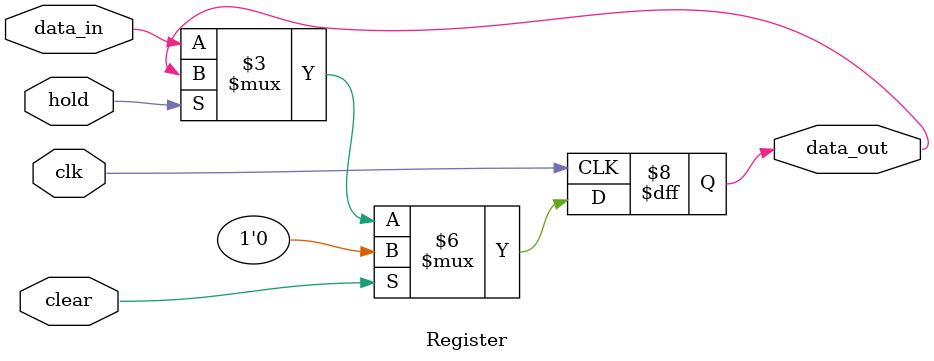
<source format=v>
`ifndef _Register
`define _Register
module Register(
    input clk,
    input clear,
    input hold,
    input data_in,
    output data_out
    );
    // ¶àÉÙÎ» the number of bits
    parameter N = 1;
    
    wire [N-1:0] data_in;
    reg [N-1:0] data_out;
    
    always @(posedge clk) begin
        if(clear)
            data_out <= {N{1'b0}};
        else if (hold)
            data_out <= data_out;
        else
            data_out <= data_in;
    end
    
endmodule

`endif
</source>
